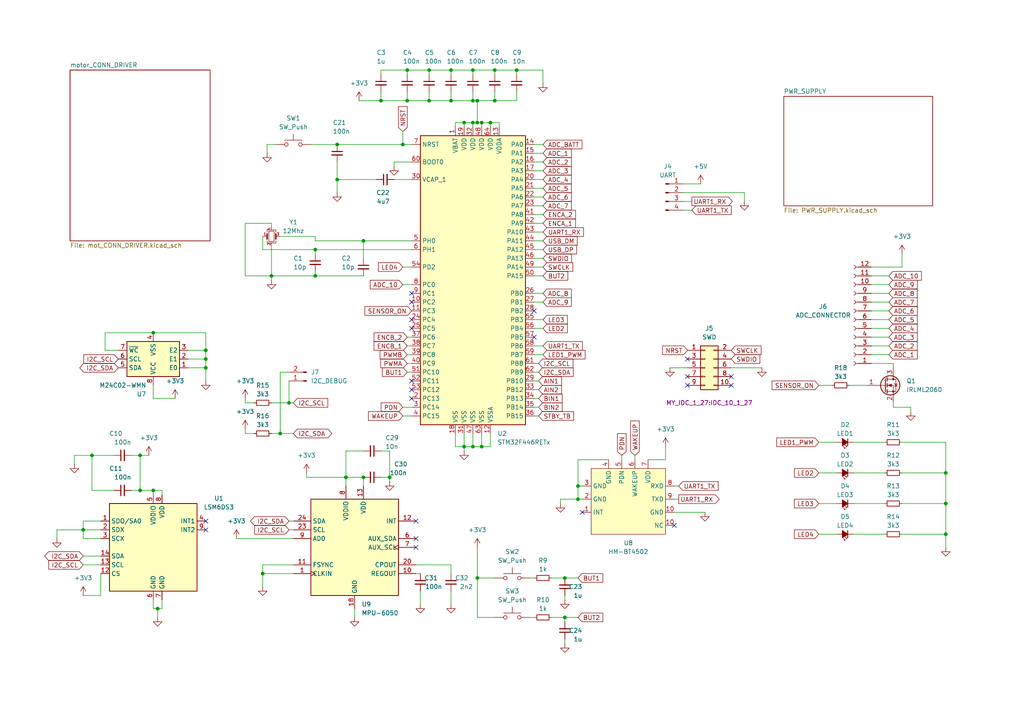
<source format=kicad_sch>
(kicad_sch (version 20211123) (generator eeschema)
  (paper "A4")
  (junction (at 143.51 20.32))
  (junction (at 83.82 116.84))
  (junction (at 137.16 129.54))
  (junction (at 40.64 132.08))
  (junction (at 91.44 72.39))
  (junction (at 274.32 154.94))
  (junction (at 167.64 144.78))
  (junction (at 167.64 140.97))
  (junction (at 105.41 138.43))
  (junction (at 134.62 129.54))
  (junction (at 45.72 176.53))
  (junction (at 124.46 29.21))
  (junction (at 137.16 20.32))
  (junction (at 137.16 29.21))
  (junction (at 97.79 41.91))
  (junction (at 118.11 20.32))
  (junction (at 113.03 138.43))
  (junction (at 143.51 29.21))
  (junction (at 274.32 146.05))
  (junction (at 138.43 29.21))
  (junction (at 59.69 104.14))
  (junction (at 44.45 96.52))
  (junction (at 130.81 20.32))
  (junction (at 78.74 80.01))
  (junction (at 76.2 166.37))
  (junction (at 274.32 137.16))
  (junction (at 105.41 69.85))
  (junction (at 138.43 167.64))
  (junction (at 139.7 35.56))
  (junction (at 40.64 142.24))
  (junction (at 138.43 35.56))
  (junction (at 163.83 167.64))
  (junction (at 110.49 29.21))
  (junction (at 26.67 132.08))
  (junction (at 91.44 80.01))
  (junction (at 97.79 52.07))
  (junction (at 139.7 129.54))
  (junction (at 59.69 106.68))
  (junction (at 24.13 153.67))
  (junction (at 130.81 29.21))
  (junction (at 116.84 41.91))
  (junction (at 137.16 35.56))
  (junction (at 118.11 29.21))
  (junction (at 134.62 35.56))
  (junction (at 59.69 101.6))
  (junction (at 142.24 35.56))
  (junction (at 163.83 179.07))
  (junction (at 44.45 142.24))
  (junction (at 100.33 138.43))
  (junction (at 124.46 20.32))
  (junction (at 149.86 20.32))
  (junction (at 81.28 125.73))
  (no_connect (at 120.65 151.13))
  (no_connect (at 119.38 115.57))
  (no_connect (at 59.69 151.13))
  (no_connect (at 119.38 110.49))
  (no_connect (at 195.58 152.4))
  (no_connect (at 168.91 148.59))
  (no_connect (at 120.65 158.75))
  (no_connect (at 59.69 153.67))
  (no_connect (at 212.09 111.76))
  (no_connect (at 119.38 85.09))
  (no_connect (at 119.38 92.71))
  (no_connect (at 154.94 97.79))
  (no_connect (at 119.38 87.63))
  (no_connect (at 199.39 109.22))
  (no_connect (at 119.38 95.25))
  (no_connect (at 212.09 109.22))
  (no_connect (at 199.39 111.76))
  (no_connect (at 199.39 104.14))
  (no_connect (at 120.65 156.21))
  (no_connect (at 154.94 90.17))
  (no_connect (at 119.38 113.03))
  (wire (pts (xy 195.58 148.59) (xy 204.47 148.59)))
  (wire (pts (xy 83.82 151.13) (xy 85.09 151.13)))
  (wire (pts (xy 274.32 154.94) (xy 274.32 158.75)))
  (wire (pts (xy 29.21 166.37) (xy 29.21 172.72)))
  (wire (pts (xy 153.67 179.07) (xy 154.94 179.07)))
  (wire (pts (xy 157.48 64.77) (xy 154.94 64.77)))
  (wire (pts (xy 157.48 92.71) (xy 154.94 92.71)))
  (wire (pts (xy 252.73 95.25) (xy 257.81 95.25)))
  (wire (pts (xy 54.61 106.68) (xy 59.69 106.68)))
  (wire (pts (xy 154.94 74.93) (xy 157.48 74.93)))
  (wire (pts (xy 76.2 166.37) (xy 85.09 166.37)))
  (wire (pts (xy 137.16 26.67) (xy 137.16 29.21)))
  (wire (pts (xy 247.65 137.16) (xy 256.54 137.16)))
  (wire (pts (xy 154.94 110.49) (xy 156.21 110.49)))
  (wire (pts (xy 59.69 101.6) (xy 59.69 104.14)))
  (wire (pts (xy 24.13 161.29) (xy 29.21 161.29)))
  (wire (pts (xy 157.48 49.53) (xy 154.94 49.53)))
  (wire (pts (xy 252.73 82.55) (xy 257.81 82.55)))
  (wire (pts (xy 193.04 129.54) (xy 193.04 133.35)))
  (wire (pts (xy 44.45 96.52) (xy 59.69 96.52)))
  (wire (pts (xy 247.65 154.94) (xy 256.54 154.94)))
  (wire (pts (xy 105.41 69.85) (xy 119.38 69.85)))
  (wire (pts (xy 154.94 113.03) (xy 156.21 113.03)))
  (wire (pts (xy 195.58 140.97) (xy 196.85 140.97)))
  (wire (pts (xy 198.12 60.96) (xy 200.66 60.96)))
  (wire (pts (xy 134.62 129.54) (xy 134.62 130.81)))
  (wire (pts (xy 88.9 137.16) (xy 88.9 138.43)))
  (wire (pts (xy 30.48 101.6) (xy 34.29 101.6)))
  (wire (pts (xy 114.3 48.26) (xy 114.3 46.99)))
  (wire (pts (xy 113.03 139.7) (xy 113.03 138.43)))
  (wire (pts (xy 139.7 129.54) (xy 142.24 129.54)))
  (wire (pts (xy 154.94 69.85) (xy 157.48 69.85)))
  (wire (pts (xy 76.2 68.58) (xy 76.2 72.39)))
  (wire (pts (xy 259.08 105.41) (xy 259.08 106.68)))
  (wire (pts (xy 113.03 130.81) (xy 113.03 138.43)))
  (wire (pts (xy 130.81 171.45) (xy 130.81 175.26)))
  (wire (pts (xy 124.46 26.67) (xy 124.46 29.21)))
  (wire (pts (xy 138.43 29.21) (xy 138.43 35.56)))
  (wire (pts (xy 120.65 166.37) (xy 121.92 166.37)))
  (wire (pts (xy 116.84 120.65) (xy 119.38 120.65)))
  (wire (pts (xy 83.82 110.49) (xy 83.82 116.84)))
  (wire (pts (xy 154.94 118.11) (xy 156.21 118.11)))
  (wire (pts (xy 154.94 77.47) (xy 157.48 77.47)))
  (wire (pts (xy 261.62 128.27) (xy 274.32 128.27)))
  (wire (pts (xy 76.2 163.83) (xy 85.09 163.83)))
  (wire (pts (xy 91.44 72.39) (xy 119.38 72.39)))
  (wire (pts (xy 71.12 124.46) (xy 71.12 125.73)))
  (wire (pts (xy 91.44 68.58) (xy 91.44 69.85)))
  (wire (pts (xy 110.49 21.59) (xy 110.49 20.32)))
  (wire (pts (xy 137.16 20.32) (xy 143.51 20.32)))
  (wire (pts (xy 97.79 52.07) (xy 97.79 55.88)))
  (wire (pts (xy 154.94 102.87) (xy 157.48 102.87)))
  (wire (pts (xy 45.72 176.53) (xy 45.72 179.07)))
  (wire (pts (xy 78.74 125.73) (xy 81.28 125.73)))
  (wire (pts (xy 252.73 87.63) (xy 257.81 87.63)))
  (wire (pts (xy 76.2 170.18) (xy 76.2 166.37)))
  (wire (pts (xy 24.13 163.83) (xy 29.21 163.83)))
  (wire (pts (xy 134.62 125.73) (xy 134.62 129.54)))
  (wire (pts (xy 44.45 173.99) (xy 44.45 176.53)))
  (wire (pts (xy 237.49 146.05) (xy 242.57 146.05)))
  (wire (pts (xy 142.24 129.54) (xy 142.24 125.73)))
  (wire (pts (xy 212.09 106.68) (xy 220.98 106.68)))
  (wire (pts (xy 77.47 41.91) (xy 77.47 44.45)))
  (wire (pts (xy 118.11 20.32) (xy 118.11 21.59)))
  (wire (pts (xy 252.73 85.09) (xy 257.81 85.09)))
  (wire (pts (xy 154.94 115.57) (xy 156.21 115.57)))
  (wire (pts (xy 121.92 171.45) (xy 121.92 175.26)))
  (wire (pts (xy 54.61 104.14) (xy 59.69 104.14)))
  (wire (pts (xy 16.51 153.67) (xy 16.51 156.21)))
  (wire (pts (xy 143.51 20.32) (xy 149.86 20.32)))
  (wire (pts (xy 118.11 20.32) (xy 124.46 20.32)))
  (wire (pts (xy 157.48 41.91) (xy 154.94 41.91)))
  (wire (pts (xy 176.53 133.35) (xy 167.64 133.35)))
  (wire (pts (xy 114.3 52.07) (xy 119.38 52.07)))
  (wire (pts (xy 157.48 95.25) (xy 154.94 95.25)))
  (wire (pts (xy 138.43 35.56) (xy 139.7 35.56)))
  (wire (pts (xy 124.46 20.32) (xy 130.81 20.32)))
  (wire (pts (xy 252.73 102.87) (xy 257.81 102.87)))
  (wire (pts (xy 149.86 20.32) (xy 157.48 20.32)))
  (wire (pts (xy 261.62 137.16) (xy 274.32 137.16)))
  (wire (pts (xy 130.81 166.37) (xy 130.81 163.83)))
  (wire (pts (xy 132.08 129.54) (xy 134.62 129.54)))
  (wire (pts (xy 83.82 107.95) (xy 81.28 107.95)))
  (wire (pts (xy 132.08 35.56) (xy 134.62 35.56)))
  (wire (pts (xy 274.32 137.16) (xy 274.32 146.05)))
  (wire (pts (xy 167.64 133.35) (xy 167.64 140.97)))
  (wire (pts (xy 71.12 125.73) (xy 73.66 125.73)))
  (wire (pts (xy 163.83 179.07) (xy 167.64 179.07)))
  (wire (pts (xy 44.45 142.24) (xy 44.45 143.51)))
  (wire (pts (xy 40.64 132.08) (xy 40.64 142.24)))
  (wire (pts (xy 137.16 20.32) (xy 137.16 21.59)))
  (wire (pts (xy 143.51 20.32) (xy 143.51 21.59)))
  (wire (pts (xy 162.56 146.05) (xy 162.56 144.78)))
  (wire (pts (xy 167.64 144.78) (xy 168.91 144.78)))
  (wire (pts (xy 78.74 80.01) (xy 78.74 71.12)))
  (wire (pts (xy 97.79 52.07) (xy 109.22 52.07)))
  (wire (pts (xy 168.91 140.97) (xy 167.64 140.97)))
  (wire (pts (xy 116.84 38.1) (xy 116.84 41.91)))
  (wire (pts (xy 252.73 77.47) (xy 261.62 77.47)))
  (wire (pts (xy 157.48 59.69) (xy 154.94 59.69)))
  (wire (pts (xy 247.65 128.27) (xy 256.54 128.27)))
  (wire (pts (xy 116.84 118.11) (xy 119.38 118.11)))
  (wire (pts (xy 154.94 80.01) (xy 157.48 80.01)))
  (wire (pts (xy 83.82 116.84) (xy 85.09 116.84)))
  (wire (pts (xy 138.43 179.07) (xy 138.43 167.64)))
  (wire (pts (xy 137.16 129.54) (xy 137.16 125.73)))
  (wire (pts (xy 274.32 146.05) (xy 274.32 154.94)))
  (wire (pts (xy 156.21 107.95) (xy 154.94 107.95)))
  (wire (pts (xy 91.44 69.85) (xy 105.41 69.85)))
  (wire (pts (xy 24.13 156.21) (xy 29.21 156.21)))
  (wire (pts (xy 194.31 106.68) (xy 199.39 106.68)))
  (wire (pts (xy 100.33 138.43) (xy 100.33 140.97)))
  (wire (pts (xy 97.79 46.99) (xy 97.79 52.07)))
  (wire (pts (xy 154.94 85.09) (xy 157.48 85.09)))
  (wire (pts (xy 237.49 128.27) (xy 242.57 128.27)))
  (wire (pts (xy 138.43 29.21) (xy 143.51 29.21)))
  (wire (pts (xy 44.45 142.24) (xy 46.99 142.24)))
  (wire (pts (xy 138.43 167.64) (xy 143.51 167.64)))
  (wire (pts (xy 160.02 167.64) (xy 163.83 167.64)))
  (wire (pts (xy 252.73 90.17) (xy 257.81 90.17)))
  (wire (pts (xy 40.64 132.08) (xy 43.18 132.08)))
  (wire (pts (xy 71.12 64.77) (xy 71.12 80.01)))
  (wire (pts (xy 40.64 142.24) (xy 38.1 142.24)))
  (wire (pts (xy 154.94 87.63) (xy 157.48 87.63)))
  (wire (pts (xy 29.21 151.13) (xy 24.13 151.13)))
  (wire (pts (xy 157.48 20.32) (xy 157.48 24.13)))
  (wire (pts (xy 110.49 29.21) (xy 118.11 29.21)))
  (wire (pts (xy 76.2 166.37) (xy 76.2 163.83)))
  (wire (pts (xy 97.79 41.91) (xy 116.84 41.91)))
  (wire (pts (xy 90.17 41.91) (xy 97.79 41.91)))
  (wire (pts (xy 259.08 118.11) (xy 264.16 118.11)))
  (wire (pts (xy 77.47 41.91) (xy 80.01 41.91)))
  (wire (pts (xy 33.02 142.24) (xy 26.67 142.24)))
  (wire (pts (xy 59.69 106.68) (xy 59.69 110.49)))
  (wire (pts (xy 160.02 179.07) (xy 163.83 179.07)))
  (wire (pts (xy 162.56 144.78) (xy 167.64 144.78)))
  (wire (pts (xy 246.38 111.76) (xy 251.46 111.76)))
  (wire (pts (xy 130.81 29.21) (xy 137.16 29.21)))
  (wire (pts (xy 157.48 44.45) (xy 154.94 44.45)))
  (wire (pts (xy 157.48 62.23) (xy 154.94 62.23)))
  (wire (pts (xy 261.62 146.05) (xy 274.32 146.05)))
  (wire (pts (xy 44.45 176.53) (xy 45.72 176.53)))
  (wire (pts (xy 261.62 73.66) (xy 261.62 77.47)))
  (wire (pts (xy 105.41 80.01) (xy 91.44 80.01)))
  (wire (pts (xy 78.74 81.28) (xy 78.74 80.01)))
  (wire (pts (xy 180.34 132.08) (xy 180.34 133.35)))
  (wire (pts (xy 143.51 26.67) (xy 143.51 29.21)))
  (wire (pts (xy 68.58 156.21) (xy 85.09 156.21)))
  (wire (pts (xy 71.12 115.57) (xy 71.12 116.84)))
  (wire (pts (xy 156.21 120.65) (xy 154.94 120.65)))
  (wire (pts (xy 21.59 132.08) (xy 26.67 132.08)))
  (wire (pts (xy 24.13 151.13) (xy 24.13 153.67)))
  (wire (pts (xy 215.9 55.88) (xy 215.9 58.42)))
  (wire (pts (xy 124.46 20.32) (xy 124.46 21.59)))
  (wire (pts (xy 198.12 55.88) (xy 215.9 55.88)))
  (wire (pts (xy 71.12 80.01) (xy 78.74 80.01)))
  (wire (pts (xy 142.24 35.56) (xy 142.24 36.83)))
  (wire (pts (xy 252.73 80.01) (xy 257.81 80.01)))
  (wire (pts (xy 274.32 128.27) (xy 274.32 137.16)))
  (wire (pts (xy 261.62 154.94) (xy 274.32 154.94)))
  (wire (pts (xy 138.43 158.75) (xy 138.43 167.64)))
  (wire (pts (xy 100.33 130.81) (xy 100.33 138.43)))
  (wire (pts (xy 116.84 82.55) (xy 119.38 82.55)))
  (wire (pts (xy 24.13 153.67) (xy 29.21 153.67)))
  (wire (pts (xy 113.03 138.43) (xy 110.49 138.43)))
  (wire (pts (xy 137.16 129.54) (xy 139.7 129.54)))
  (wire (pts (xy 102.87 176.53) (xy 102.87 179.07)))
  (wire (pts (xy 130.81 26.67) (xy 130.81 29.21)))
  (wire (pts (xy 91.44 73.66) (xy 91.44 72.39)))
  (wire (pts (xy 78.74 66.04) (xy 78.74 64.77)))
  (wire (pts (xy 137.16 35.56) (xy 137.16 36.83)))
  (wire (pts (xy 237.49 111.76) (xy 241.3 111.76)))
  (wire (pts (xy 237.49 154.94) (xy 242.57 154.94)))
  (wire (pts (xy 54.61 101.6) (xy 59.69 101.6)))
  (wire (pts (xy 134.62 129.54) (xy 137.16 129.54)))
  (wire (pts (xy 46.99 142.24) (xy 46.99 143.51)))
  (wire (pts (xy 198.12 58.42) (xy 200.66 58.42)))
  (wire (pts (xy 105.41 130.81) (xy 100.33 130.81)))
  (wire (pts (xy 44.45 111.76) (xy 44.45 115.57)))
  (wire (pts (xy 46.99 176.53) (xy 45.72 176.53)))
  (wire (pts (xy 44.45 115.57) (xy 50.8 115.57)))
  (wire (pts (xy 163.83 179.07) (xy 163.83 180.34)))
  (wire (pts (xy 132.08 36.83) (xy 132.08 35.56)))
  (wire (pts (xy 137.16 29.21) (xy 138.43 29.21)))
  (wire (pts (xy 154.94 100.33) (xy 157.48 100.33)))
  (wire (pts (xy 156.21 105.41) (xy 154.94 105.41)))
  (wire (pts (xy 154.94 72.39) (xy 157.48 72.39)))
  (wire (pts (xy 132.08 125.73) (xy 132.08 129.54)))
  (wire (pts (xy 139.7 35.56) (xy 139.7 36.83)))
  (wire (pts (xy 157.48 54.61) (xy 154.94 54.61)))
  (wire (pts (xy 157.48 57.15) (xy 154.94 57.15)))
  (wire (pts (xy 110.49 130.81) (xy 113.03 130.81)))
  (wire (pts (xy 118.11 26.67) (xy 118.11 29.21)))
  (wire (pts (xy 154.94 67.31) (xy 157.48 67.31)))
  (wire (pts (xy 149.86 20.32) (xy 149.86 21.59)))
  (wire (pts (xy 118.11 102.87) (xy 119.38 102.87)))
  (wire (pts (xy 163.83 172.72) (xy 163.83 173.99)))
  (wire (pts (xy 24.13 153.67) (xy 24.13 156.21)))
  (wire (pts (xy 88.9 138.43) (xy 100.33 138.43)))
  (wire (pts (xy 252.73 105.41) (xy 259.08 105.41)))
  (wire (pts (xy 105.41 69.85) (xy 105.41 74.93)))
  (wire (pts (xy 167.64 140.97) (xy 167.64 144.78)))
  (wire (pts (xy 124.46 29.21) (xy 130.81 29.21)))
  (wire (pts (xy 139.7 35.56) (xy 142.24 35.56)))
  (wire (pts (xy 138.43 179.07) (xy 143.51 179.07)))
  (wire (pts (xy 163.83 167.64) (xy 167.64 167.64)))
  (wire (pts (xy 142.24 35.56) (xy 144.78 35.56)))
  (wire (pts (xy 16.51 153.67) (xy 24.13 153.67)))
  (wire (pts (xy 26.67 132.08) (xy 33.02 132.08)))
  (wire (pts (xy 30.48 96.52) (xy 44.45 96.52)))
  (wire (pts (xy 252.73 100.33) (xy 257.81 100.33)))
  (wire (pts (xy 157.48 46.99) (xy 154.94 46.99)))
  (wire (pts (xy 110.49 26.67) (xy 110.49 29.21)))
  (wire (pts (xy 134.62 35.56) (xy 137.16 35.56)))
  (wire (pts (xy 118.11 105.41) (xy 119.38 105.41)))
  (wire (pts (xy 40.64 142.24) (xy 44.45 142.24)))
  (wire (pts (xy 76.2 72.39) (xy 91.44 72.39)))
  (wire (pts (xy 78.74 116.84) (xy 83.82 116.84)))
  (wire (pts (xy 26.67 132.08) (xy 26.67 142.24)))
  (wire (pts (xy 252.73 92.71) (xy 257.81 92.71)))
  (wire (pts (xy 118.11 100.33) (xy 119.38 100.33)))
  (wire (pts (xy 237.49 137.16) (xy 242.57 137.16)))
  (wire (pts (xy 139.7 129.54) (xy 139.7 125.73)))
  (wire (pts (xy 130.81 20.32) (xy 130.81 21.59)))
  (wire (pts (xy 81.28 68.58) (xy 91.44 68.58)))
  (wire (pts (xy 24.13 172.72) (xy 29.21 172.72)))
  (wire (pts (xy 134.62 35.56) (xy 134.62 36.83)))
  (wire (pts (xy 143.51 29.21) (xy 149.86 29.21)))
  (wire (pts (xy 119.38 107.95) (xy 118.11 107.95)))
  (wire (pts (xy 149.86 26.67) (xy 149.86 29.21)))
  (wire (pts (xy 59.69 104.14) (xy 59.69 106.68)))
  (wire (pts (xy 110.49 20.32) (xy 118.11 20.32)))
  (wire (pts (xy 105.41 138.43) (xy 100.33 138.43)))
  (wire (pts (xy 118.11 97.79) (xy 119.38 97.79)))
  (wire (pts (xy 198.12 53.34) (xy 203.2 53.34)))
  (wire (pts (xy 91.44 78.74) (xy 91.44 80.01)))
  (wire (pts (xy 104.14 29.21) (xy 110.49 29.21)))
  (wire (pts (xy 30.48 101.6) (xy 30.48 96.52)))
  (wire (pts (xy 184.15 132.08) (xy 184.15 133.35)))
  (wire (pts (xy 105.41 140.97) (xy 105.41 138.43)))
  (wire (pts (xy 71.12 116.84) (xy 73.66 116.84)))
  (wire (pts (xy 38.1 132.08) (xy 40.64 132.08)))
  (wire (pts (xy 259.08 116.84) (xy 259.08 118.11)))
  (wire (pts (xy 21.59 132.08) (xy 21.59 134.62)))
  (wire (pts (xy 83.82 153.67) (xy 85.09 153.67)))
  (wire (pts (xy 46.99 173.99) (xy 46.99 176.53)))
  (wire (pts (xy 163.83 185.42) (xy 163.83 186.69)))
  (wire (pts (xy 81.28 125.73) (xy 85.09 125.73)))
  (wire (pts (xy 193.04 133.35) (xy 187.96 133.35)))
  (wire (pts (xy 264.16 118.11) (xy 264.16 119.38)))
  (wire (pts (xy 157.48 52.07) (xy 154.94 52.07)))
  (wire (pts (xy 137.16 35.56) (xy 138.43 35.56)))
  (wire (pts (xy 78.74 64.77) (xy 71.12 64.77)))
  (wire (pts (xy 195.58 144.78) (xy 196.85 144.78)))
  (wire (pts (xy 130.81 20.32) (xy 137.16 20.32)))
  (wire (pts (xy 81.28 107.95) (xy 81.28 125.73)))
  (wire (pts (xy 252.73 97.79) (xy 257.81 97.79)))
  (wire (pts (xy 130.81 163.83) (xy 120.65 163.83)))
  (wire (pts (xy 59.69 96.52) (xy 59.69 101.6)))
  (wire (pts (xy 247.65 146.05) (xy 256.54 146.05)))
  (wire (pts (xy 153.67 167.64) (xy 154.94 167.64)))
  (wire (pts (xy 91.44 80.01) (xy 78.74 80.01)))
  (wire (pts (xy 116.84 41.91) (xy 119.38 41.91)))
  (wire (pts (xy 144.78 36.83) (xy 144.78 35.56)))
  (wire (pts (xy 118.11 29.21) (xy 124.46 29.21)))
  (wire (pts (xy 116.84 77.47) (xy 119.38 77.47)))
  (wire (pts (xy 114.3 46.99) (xy 119.38 46.99)))
  (global_label "ADC_4" (shape input) (at 257.81 95.25 0) (property "Intersheet References" "${INTERSHEET_REFS}" (effects hide)))
  (global_label "SENSOR_ON" (shape input) (at 237.49 111.76 180) (property "Intersheet References" "${INTERSHEET_REFS}" (effects hide)))
  (global_label "BUT2" (shape input) (at 157.48 80.01 0) (property "Intersheet References" "${INTERSHEET_REFS}" (effects hide)))
  (global_label "WAKEUP" (shape input) (at 184.15 132.08 90) (property "Intersheet References" "${INTERSHEET_REFS}" (effects hide)))
  (global_label "ADC_6" (shape input) (at 257.81 90.17 0) (property "Intersheet References" "${INTERSHEET_REFS}" (effects hide)))
  (global_label "I2C_SCL" (shape input) (at 34.29 104.14 180) (property "Intersheet References" "${INTERSHEET_REFS}" (effects hide)))
  (global_label "AIN1" (shape input) (at 156.21 110.49 0) (property "Intersheet References" "${INTERSHEET_REFS}" (effects hide)))
  (global_label "I2C_SDA" (shape bidirectional) (at 34.29 106.68 180) (property "Intersheet References" "${INTERSHEET_REFS}" (effects hide)))
  (global_label "ENCB_2" (shape input) (at 118.11 97.79 180) (property "Intersheet References" "${INTERSHEET_REFS}" (effects hide)))
  (global_label "ADC_1" (shape input) (at 257.81 102.87 0) (property "Intersheet References" "${INTERSHEET_REFS}" (effects hide)))
  (global_label "I2C_SCL" (shape input) (at 24.13 163.83 180) (property "Intersheet References" "${INTERSHEET_REFS}" (effects hide)))
  (global_label "PDN" (shape input) (at 116.84 118.11 180) (property "Intersheet References" "${INTERSHEET_REFS}" (effects hide)))
  (global_label "PWMB" (shape input) (at 118.11 102.87 180) (property "Intersheet References" "${INTERSHEET_REFS}" (effects hide)))
  (global_label "I2C_SDA" (shape bidirectional) (at 83.82 151.13 180) (property "Intersheet References" "${INTERSHEET_REFS}" (effects hide)))
  (global_label "USB_DP" (shape input) (at 157.48 72.39 0) (property "Intersheet References" "${INTERSHEET_REFS}" (effects hide)))
  (global_label "AIN2" (shape input) (at 156.21 113.03 0) (property "Intersheet References" "${INTERSHEET_REFS}" (effects hide)))
  (global_label "ADC_10" (shape input) (at 257.81 80.01 0) (property "Intersheet References" "${INTERSHEET_REFS}" (effects hide)))
  (global_label "BIN2" (shape input) (at 156.21 118.11 0) (property "Intersheet References" "${INTERSHEET_REFS}" (effects hide)))
  (global_label "SWDIO" (shape input) (at 157.48 74.93 0) (property "Intersheet References" "${INTERSHEET_REFS}" (effects hide)))
  (global_label "ADC_10" (shape input) (at 116.84 82.55 180) (property "Intersheet References" "${INTERSHEET_REFS}" (effects hide)))
  (global_label "LED1_PWM" (shape input) (at 237.49 128.27 180) (property "Intersheet References" "${INTERSHEET_REFS}" (effects hide)))
  (global_label "ADC_6" (shape input) (at 157.48 57.15 0) (property "Intersheet References" "${INTERSHEET_REFS}" (effects hide)))
  (global_label "ADC_BATT" (shape input) (at 157.48 41.91 0) (property "Intersheet References" "${INTERSHEET_REFS}" (effects hide)))
  (global_label "PDN" (shape input) (at 180.34 132.08 90) (property "Intersheet References" "${INTERSHEET_REFS}" (effects hide)))
  (global_label "I2C_SDA" (shape bidirectional) (at 85.09 125.73 0) (property "Intersheet References" "${INTERSHEET_REFS}" (effects hide)))
  (global_label "LED2" (shape input) (at 157.48 95.25 0) (property "Intersheet References" "${INTERSHEET_REFS}" (effects hide)))
  (global_label "ADC_7" (shape input) (at 257.81 87.63 0) (property "Intersheet References" "${INTERSHEET_REFS}" (effects hide)))
  (global_label "ADC_2" (shape input) (at 157.48 46.99 0) (property "Intersheet References" "${INTERSHEET_REFS}" (effects hide)))
  (global_label "LED3" (shape input) (at 237.49 146.05 180) (property "Intersheet References" "${INTERSHEET_REFS}" (effects hide)))
  (global_label "I2C_SCL" (shape input) (at 156.21 105.41 0) (property "Intersheet References" "${INTERSHEET_REFS}" (effects hide)))
  (global_label "ADC_8" (shape input) (at 257.81 85.09 0) (property "Intersheet References" "${INTERSHEET_REFS}" (effects hide)))
  (global_label "ENCA_1" (shape input) (at 157.48 64.77 0) (property "Intersheet References" "${INTERSHEET_REFS}" (effects hide)))
  (global_label "USB_DM" (shape input) (at 157.48 69.85 0) (property "Intersheet References" "${INTERSHEET_REFS}" (effects hide)))
  (global_label "I2C_SCL" (shape input) (at 83.82 153.67 180) (property "Intersheet References" "${INTERSHEET_REFS}" (effects hide)))
  (global_label "SENSOR_ON" (shape input) (at 119.38 90.17 180) (property "Intersheet References" "${INTERSHEET_REFS}" (effects hide)))
  (global_label "ADC_3" (shape input) (at 157.48 49.53 0) (property "Intersheet References" "${INTERSHEET_REFS}" (effects hide)))
  (global_label "BUT1" (shape input) (at 167.64 167.64 0) (property "Intersheet References" "${INTERSHEET_REFS}" (effects hide)))
  (global_label "ADC_1" (shape input) (at 157.48 44.45 0) (property "Intersheet References" "${INTERSHEET_REFS}" (effects hide)))
  (global_label "BIN1" (shape input) (at 156.21 115.57 0) (property "Intersheet References" "${INTERSHEET_REFS}" (effects hide)))
  (global_label "ADC_9" (shape input) (at 257.81 82.55 0) (property "Intersheet References" "${INTERSHEET_REFS}" (effects hide)))
  (global_label "UART1_RX" (shape output) (at 196.85 144.78 0) (property "Intersheet References" "${INTERSHEET_REFS}" (effects hide)))
  (global_label "ADC_3" (shape input) (at 257.81 97.79 0) (property "Intersheet References" "${INTERSHEET_REFS}" (effects hide)))
  (global_label "ADC_2" (shape input) (at 257.81 100.33 0) (property "Intersheet References" "${INTERSHEET_REFS}" (effects hide)))
  (global_label "UART1_TX" (shape input) (at 200.66 60.96 0) (property "Intersheet References" "${INTERSHEET_REFS}" (effects hide)))
  (global_label "SWCLK" (shape input) (at 157.48 77.47 0) (property "Intersheet References" "${INTERSHEET_REFS}" (effects hide)))
  (global_label "PWMA" (shape input) (at 118.11 105.41 180) (property "Intersheet References" "${INTERSHEET_REFS}" (effects hide)))
  (global_label "UART1_RX" (shape output) (at 200.66 58.42 0) (property "Intersheet References" "${INTERSHEET_REFS}" (effects hide)))
  (global_label "BUT1" (shape input) (at 118.11 107.95 180) (property "Intersheet References" "${INTERSHEET_REFS}" (effects hide)))
  (global_label "ADC_5" (shape input) (at 257.81 92.71 0) (property "Intersheet References" "${INTERSHEET_REFS}" (effects hide)))
  (global_label "WAKEUP" (shape input) (at 116.84 120.65 180) (property "Intersheet References" "${INTERSHEET_REFS}" (effects hide)))
  (global_label "SWCLK" (shape input) (at 212.09 101.6 0) (property "Intersheet References" "${INTERSHEET_REFS}" (effects hide)))
  (global_label "LED1_PWM" (shape input) (at 157.48 102.87 0) (property "Intersheet References" "${INTERSHEET_REFS}" (effects hide)))
  (global_label "ADC_8" (shape input) (at 157.48 85.09 0) (property "Intersheet References" "${INTERSHEET_REFS}" (effects hide)))
  (global_label "ADC_7" (shape input) (at 157.48 59.69 0) (property "Intersheet References" "${INTERSHEET_REFS}" (effects hide)))
  (global_label "I2C_SDA" (shape input) (at 156.21 107.95 0) (property "Intersheet References" "${INTERSHEET_REFS}" (effects hide)))
  (global_label "ADC_9" (shape input) (at 157.48 87.63 0) (property "Intersheet References" "${INTERSHEET_REFS}" (effects hide)))
  (global_label "UART1_TX" (shape input) (at 196.85 140.97 0) (property "Intersheet References" "${INTERSHEET_REFS}" (effects hide)))
  (global_label "NRST" (shape input) (at 116.84 38.1 90) (property "Intersheet References" "${INTERSHEET_REFS}" (effects hide)))
  (global_label "UART1_RX" (shape input) (at 157.48 67.31 0) (property "Intersheet References" "${INTERSHEET_REFS}" (effects hide)))
  (global_label "UART1_TX" (shape input) (at 157.48 100.33 0) (property "Intersheet References" "${INTERSHEET_REFS}" (effects hide)))
  (global_label "I2C_SDA" (shape bidirectional) (at 24.13 161.29 180) (property "Intersheet References" "${INTERSHEET_REFS}" (effects hide)))
  (global_label "ADC_5" (shape input) (at 157.48 54.61 0) (property "Intersheet References" "${INTERSHEET_REFS}" (effects hide)))
  (global_label "NRST" (shape input) (at 199.39 101.6 180) (property "Intersheet References" "${INTERSHEET_REFS}" (effects hide)))
  (global_label "BUT2" (shape input) (at 167.64 179.07 0) (property "Intersheet References" "${INTERSHEET_REFS}" (effects hide)))
  (global_label "LED3" (shape input) (at 157.48 92.71 0) (property "Intersheet References" "${INTERSHEET_REFS}" (effects hide)))
  (global_label "I2C_SCL" (shape input) (at 85.09 116.84 0) (property "Intersheet References" "${INTERSHEET_REFS}" (effects hide)))
  (global_label "ENCB_1" (shape input) (at 118.11 100.33 180) (property "Intersheet References" "${INTERSHEET_REFS}" (effects hide)))
  (global_label "ADC_4" (shape input) (at 157.48 52.07 0) (property "Intersheet References" "${INTERSHEET_REFS}" (effects hide)))
  (global_label "LED4" (shape input) (at 237.49 154.94 180) (property "Intersheet References" "${INTERSHEET_REFS}" (effects hide)))
  (global_label "ENCA_2" (shape input) (at 157.48 62.23 0) (property "Intersheet References" "${INTERSHEET_REFS}" (effects hide)))
  (global_label "LED4" (shape input) (at 116.84 77.47 180) (property "Intersheet References" "${INTERSHEET_REFS}" (effects hide)))
  (global_label "LED2" (shape input) (at 237.49 137.16 180) (property "Intersheet References" "${INTERSHEET_REFS}" (effects hide)))
  (global_label "STBY_TB" (shape input) (at 156.21 120.65 0) (property "Intersheet References" "${INTERSHEET_REFS}" (effects hide)))
  (global_label "SWDIO" (shape input) (at 212.09 104.14 0) (property "Intersheet References" "${INTERSHEET_REFS}" (effects hide)))
  (symbol (lib_id "power:GND") (at 220.98 106.68 0) (unit 1)
    (property "Reference" "#PWR0136" (effects hide))
    (property "Value" "GND" (effects hide))
  )
  (symbol (lib_id "power:GND") (at 45.72 179.07 0) (unit 1)
    (property "Reference" "#PWR0109" (effects hide))
    (property "Value" "GND" (effects hide))
  )
  (symbol (lib_id "Device:C_Small") (at 35.56 142.24 90) (unit 1)
    (property "Reference" "C11" (at 35.56 135.89 90) (effects (justify left)))
    (property "Value" "100n" (at 38.1 138.43 90) (effects (justify left)))
    (property "Footprint" "Capacitor_SMD:C_0603_1608Metric_Pad1.08x0.95mm_HandSolder" (effects hide))
  )
  (symbol (lib_id "Device:LED_Small_Filled") (at 245.11 154.94 180) (unit 1)
    (property "Reference" "D5" (at 245.11 149.86 0))
    (property "Value" "LED4" (at 245.11 152.4 0))
    (property "Footprint" "LED_SMD:LED_0603_1608Metric_Pad1.05x0.95mm_HandSolder" (effects hide))
  )
  (symbol (lib_id "power:GND") (at 274.32 158.75 0) (unit 1)
    (property "Reference" "#PWR0138" (effects hide))
    (property "Value" "GND" (effects hide))
  )
  (symbol (lib_id "Device:C_Small") (at 97.79 44.45 0) (unit 1)
    (property "Reference" "C21" (at 96.52 35.56 0) (effects (justify left)))
    (property "Value" "100n" (at 96.52 38.1 0) (effects (justify left)))
    (property "Footprint" "Capacitor_SMD:C_0603_1608Metric_Pad1.08x0.95mm_HandSolder" (effects hide))
  )
  (symbol (lib_id "Switch:SW_Push") (at 148.59 167.64 0) (unit 1)
    (property "Reference" "SW2" (at 148.59 160.02 0))
    (property "Value" "SW_Push" (at 148.59 162.56 0))
    (property "Footprint" "Button_Switch_SMD:SW_SPST_TL3342" (effects hide))
  )
  (symbol (lib_id "Device:R_Small") (at 243.84 111.76 90) (unit 1)
    (property "Reference" "R18" (at 243.84 106.68 90))
    (property "Value" "3k3" (at 243.84 109.22 90))
    (property "Footprint" "Resistor_SMD:R_0603_1608Metric_Pad0.98x0.95mm_HandSolder" (effects hide))
  )
  (symbol (lib_id "power:GND") (at 130.81 175.26 0) (unit 1)
    (property "Reference" "#PWR0156" (effects hide))
    (property "Value" "GND" (effects hide))
  )
  (symbol (lib_id "power:GND") (at 163.83 173.99 0) (unit 1)
    (property "Reference" "#PWR0131" (effects hide))
    (property "Value" "GND" (effects hide))
  )
  (symbol (lib_id "power:+3V3") (at 68.58 156.21 0) (unit 1)
    (property "Reference" "#PWR0161" (effects hide))
    (property "Value" "+3V3" (at 68.58 151.13 0))
  )
  (symbol (lib_id "Device:C_Small") (at 121.92 168.91 180) (unit 1)
    (property "Reference" "C31" (at 127 167.64 0) (effects (justify left)))
    (property "Value" "100n" (at 128.27 170.18 0) (effects (justify left)))
    (property "Footprint" "Capacitor_SMD:C_0603_1608Metric_Pad1.08x0.95mm_HandSolder" (effects hide))
  )
  (symbol (lib_id "power:+3V3") (at 104.14 29.21 0) (unit 1)
    (property "Reference" "#PWR0102" (effects hide))
    (property "Value" "+3V3" (at 104.14 24.13 0))
  )
  (symbol (lib_id "power:+3V3") (at 71.12 115.57 0) (unit 1)
    (property "Reference" "#PWR0146" (effects hide))
    (property "Value" "+3V3" (at 71.12 110.49 0))
  )
  (symbol (lib_id "Memory_EEPROM:M24C02-WMN") (at 44.45 104.14 180) (unit 1)
    (property "Reference" "U7" (at 42.4306 114.3 0) (effects (justify left)))
    (property "Value" "M24C02-WMN" (at 42.4306 111.76 0) (effects (justify left)))
    (property "Footprint" "Package_SO:SOIC-8_3.9x4.9mm_P1.27mm" (effects hide))
    (property "Datasheet" "http://www.st.com/content/ccc/resource/technical/document/datasheet/b0/d8/50/40/5a/85/49/6f/DM00071904.pdf/files/DM00071904.pdf/jcr:content/translations/en.DM00071904.pdf" (effects hide))
  )
  (symbol (lib_id "Device:LED_Small_Filled") (at 245.11 146.05 180) (unit 1)
    (property "Reference" "D4" (at 245.11 140.97 0))
    (property "Value" "LED3" (at 245.11 143.51 0))
    (property "Footprint" "LED_SMD:LED_0603_1608Metric_Pad1.05x0.95mm_HandSolder" (effects hide))
  )
  (symbol (lib_id "Sensor_Motion:MPU-6050") (at 102.87 158.75 0) (unit 1)
    (property "Reference" "U9" (at 104.8894 175.26 0) (effects (justify left)))
    (property "Value" "MPU-6050" (at 104.8894 177.8 0) (effects (justify left)))
    (property "Footprint" "Sensor_Motion:InvenSense_QFN-24_4x4mm_P0.5mm" (effects hide))
    (property "Datasheet" "https://store.invensense.com/datasheets/invensense/MPU-6050_DataSheet_V3%204.pdf" (effects hide))
  )
  (symbol (lib_id "power:GND") (at 215.9 58.42 0) (unit 1)
    (property "Reference" "#PWR0150" (effects hide))
    (property "Value" "GND" (effects hide))
  )
  (symbol (lib_id "power:+3V3") (at 261.62 73.66 0) (mirror y) (unit 1)
    (property "Reference" "#PWR0134" (effects hide))
    (property "Value" "+3V3" (at 261.62 68.58 0))
  )
  (symbol (lib_id "Device:R_Small") (at 259.08 146.05 90) (unit 1)
    (property "Reference" "R13" (at 259.08 140.97 90))
    (property "Value" "3k3" (at 259.08 143.51 90))
    (property "Footprint" "Resistor_SMD:R_0603_1608Metric_Pad0.98x0.95mm_HandSolder" (effects hide))
  )
  (symbol (lib_id "Device:C_Small") (at 130.81 168.91 180) (unit 1)
    (property "Reference" "C32" (at 135.89 167.64 0) (effects (justify left)))
    (property "Value" "2n2" (at 137.16 170.18 0) (effects (justify left)))
    (property "Footprint" "Capacitor_SMD:C_0603_1608Metric_Pad1.08x0.95mm_HandSolder" (effects hide))
  )
  (symbol (lib_id "Sensor_Motion:LSM6DS3") (at 44.45 158.75 0) (unit 1)
    (property "Reference" "U1" (at 63.5 144.5512 0))
    (property "Value" "LSM6DS3" (at 63.5 147.0912 0))
    (property "Footprint" "Package_LGA:LGA-14_3x2.5mm_P0.5mm_LayoutBorder3x4y" (effects hide))
    (property "Datasheet" "https://www.st.com/resource/en/datasheet/lsm6ds3tr-c.pdf" (effects hide))
  )
  (symbol (lib_id "Device:R_Small") (at 76.2 125.73 90) (unit 1)
    (property "Reference" "R16" (at 76.2 120.65 90))
    (property "Value" "3k3" (at 76.2 123.19 90))
    (property "Footprint" "Resistor_SMD:R_0603_1608Metric_Pad0.98x0.95mm_HandSolder" (effects hide))
  )
  (symbol (lib_id "Device:C_Small") (at 111.76 52.07 90) (unit 1)
    (property "Reference" "C22" (at 113.03 55.88 90) (effects (justify left)))
    (property "Value" "4u7" (at 113.03 58.42 90) (effects (justify left)))
    (property "Footprint" "Capacitor_SMD:C_0603_1608Metric_Pad1.08x0.95mm_HandSolder" (effects hide))
  )
  (symbol (lib_id "power:+3V3") (at 88.9 137.16 0) (unit 1)
    (property "Reference" "#PWR0160" (effects hide))
    (property "Value" "+3V3" (at 88.9 132.08 0))
  )
  (symbol (lib_id "power:GND") (at 76.2 170.18 0) (unit 1)
    (property "Reference" "#PWR0162" (effects hide))
    (property "Value" "GND" (effects hide))
  )
  (symbol (lib_id "power:GND") (at 113.03 139.7 0) (unit 1)
    (property "Reference" "#PWR0159" (effects hide))
    (property "Value" "GND" (effects hide))
  )
  (symbol (lib_id "Switch:SW_Push") (at 148.59 179.07 0) (unit 1)
    (property "Reference" "SW3" (at 148.59 171.45 0))
    (property "Value" "SW_Push" (at 148.59 173.99 0))
    (property "Footprint" "Button_Switch_SMD:SW_SPST_TL3342" (effects hide))
  )
  (symbol (lib_id "Device:C_Small") (at 35.56 132.08 90) (unit 1)
    (property "Reference" "C10" (at 35.56 125.73 90) (effects (justify left)))
    (property "Value" "100n" (at 38.1 128.27 90) (effects (justify left)))
    (property "Footprint" "Capacitor_SMD:C_0603_1608Metric_Pad1.08x0.95mm_HandSolder" (effects hide))
  )
  (symbol (lib_id "Device:C_Small") (at 163.83 182.88 180) (unit 1)
    (property "Reference" "C24" (at 168.91 182.88 0) (effects (justify left)))
    (property "Value" "1u" (at 168.91 185.42 0) (effects (justify left)))
    (property "Footprint" "Capacitor_SMD:C_0603_1608Metric_Pad1.08x0.95mm_HandSolder" (effects hide))
  )
  (symbol (lib_id "power:GND") (at 134.62 130.81 0) (unit 1)
    (property "Reference" "#PWR0101" (effects hide))
    (property "Value" "GND" (effects hide))
  )
  (symbol (lib_id "power:+5V") (at 203.2 53.34 0) (unit 1)
    (property "Reference" "#PWR0149" (effects hide))
    (property "Value" "+5V" (at 203.2 48.26 0))
  )
  (symbol (lib_id "power:GND") (at 121.92 175.26 0) (unit 1)
    (property "Reference" "#PWR0157" (effects hide))
    (property "Value" "GND" (effects hide))
  )
  (symbol (lib_id "Device:C_Small") (at 105.41 77.47 0) (unit 1)
    (property "Reference" "C2" (at 99.06 74.93 0) (effects (justify left)))
    (property "Value" "10p" (at 99.06 77.47 0) (effects (justify left)))
    (property "Footprint" "Capacitor_SMD:C_0603_1608Metric_Pad1.08x0.95mm_HandSolder" (effects hide))
  )
  (symbol (lib_id "Device:C_Small") (at 124.46 24.13 0) (unit 1)
    (property "Reference" "C5" (at 123.19 15.24 0) (effects (justify left)))
    (property "Value" "100n" (at 123.19 17.78 0) (effects (justify left)))
    (property "Footprint" "Capacitor_SMD:C_0603_1608Metric_Pad1.08x0.95mm_HandSolder" (effects hide))
  )
  (symbol (lib_id "power:GND") (at 157.48 24.13 0) (unit 1)
    (property "Reference" "#PWR0104" (effects hide))
    (property "Value" "GND" (effects hide))
  )
  (symbol (lib_id "power:GND") (at 16.51 156.21 0) (unit 1)
    (property "Reference" "#PWR0107" (effects hide))
    (property "Value" "GND" (effects hide))
  )
  (symbol (lib_id "Switch:SW_Push") (at 85.09 41.91 0) (unit 1)
    (property "Reference" "SW1" (at 85.09 34.29 0))
    (property "Value" "SW_Push" (at 85.09 36.83 0))
    (property "Footprint" "Button_Switch_SMD:SW_SPST_TL3342" (effects hide))
  )
  (symbol (lib_id "Device:R_Small") (at 259.08 137.16 90) (unit 1)
    (property "Reference" "R12" (at 259.08 132.08 90))
    (property "Value" "3k3" (at 259.08 134.62 90))
    (property "Footprint" "Resistor_SMD:R_0603_1608Metric_Pad0.98x0.95mm_HandSolder" (effects hide))
  )
  (symbol (lib_id "Device:C_Small") (at 107.95 130.81 270) (unit 1)
    (property "Reference" "C29" (at 111.76 127 90) (effects (justify left)))
    (property "Value" "10n" (at 111.76 129.54 90) (effects (justify left)))
    (property "Footprint" "Capacitor_SMD:C_0603_1608Metric_Pad1.08x0.95mm_HandSolder" (effects hide))
  )
  (symbol (lib_id "Device:C_Small") (at 118.11 24.13 0) (unit 1)
    (property "Reference" "C4" (at 116.84 15.24 0) (effects (justify left)))
    (property "Value" "100n" (at 116.84 17.78 0) (effects (justify left)))
    (property "Footprint" "Capacitor_SMD:C_0603_1608Metric_Pad1.08x0.95mm_HandSolder" (effects hide))
  )
  (symbol (lib_id "Device:R_Small") (at 259.08 154.94 90) (unit 1)
    (property "Reference" "R14" (at 259.08 149.86 90))
    (property "Value" "3k3" (at 259.08 152.4 90))
    (property "Footprint" "Resistor_SMD:R_0603_1608Metric_Pad0.98x0.95mm_HandSolder" (effects hide))
  )
  (symbol (lib_id "Device:LED_Small_Filled") (at 245.11 137.16 180) (unit 1)
    (property "Reference" "D3" (at 245.11 132.08 0))
    (property "Value" "LED2" (at 245.11 134.62 0))
    (property "Footprint" "LED_SMD:LED_0603_1608Metric_Pad1.05x0.95mm_HandSolder" (effects hide))
  )
  (symbol (lib_id "power:+3V3") (at 50.8 115.57 0) (unit 1)
    (property "Reference" "#PWR0148" (effects hide))
    (property "Value" "+3V3" (at 50.8 110.49 0))
  )
  (symbol (lib_id "Device:R_Small") (at 259.08 128.27 90) (unit 1)
    (property "Reference" "R11" (at 259.08 123.19 90))
    (property "Value" "3k3" (at 259.08 125.73 90))
    (property "Footprint" "Resistor_SMD:R_0603_1608Metric_Pad0.98x0.95mm_HandSolder" (effects hide))
  )
  (symbol (lib_id "power:GND") (at 114.3 48.26 0) (unit 1)
    (property "Reference" "#PWR0129" (effects hide))
    (property "Value" "GND" (effects hide))
  )
  (symbol (lib_id "power:GND") (at 59.69 110.49 0) (unit 1)
    (property "Reference" "#PWR0145" (effects hide))
    (property "Value" "GND" (effects hide))
  )
  (symbol (lib_id "Device:C_Small") (at 149.86 24.13 0) (unit 1)
    (property "Reference" "C9" (at 148.59 15.24 0) (effects (justify left)))
    (property "Value" "10n" (at 148.59 17.78 0) (effects (justify left)))
    (property "Footprint" "Capacitor_SMD:C_0603_1608Metric_Pad1.08x0.95mm_HandSolder" (effects hide))
  )
  (symbol (lib_id "power:GND") (at 163.83 186.69 0) (unit 1)
    (property "Reference" "#PWR0133" (effects hide))
    (property "Value" "GND" (effects hide))
  )
  (symbol (lib_id "Device:C_Small") (at 163.83 170.18 180) (unit 1)
    (property "Reference" "C23" (at 168.91 170.18 0) (effects (justify left)))
    (property "Value" "1u" (at 168.91 172.72 0) (effects (justify left)))
    (property "Footprint" "Capacitor_SMD:C_0603_1608Metric_Pad1.08x0.95mm_HandSolder" (effects hide))
  )
  (symbol (lib_id "Device:R_Small") (at 157.48 179.07 90) (unit 1)
    (property "Reference" "R10" (at 157.48 173.99 90))
    (property "Value" "1k" (at 157.48 176.53 90))
    (property "Footprint" "Resistor_SMD:R_0603_1608Metric_Pad0.98x0.95mm_HandSolder" (effects hide))
  )
  (symbol (lib_id "Device:C_Small") (at 143.51 24.13 0) (unit 1)
    (property "Reference" "C8" (at 142.24 15.24 0) (effects (justify left)))
    (property "Value" "100n" (at 142.24 17.78 0) (effects (justify left)))
    (property "Footprint" "Capacitor_SMD:C_0603_1608Metric_Pad1.08x0.95mm_HandSolder" (effects hide))
  )
  (symbol (lib_id "power:+3V3") (at 71.12 124.46 0) (unit 1)
    (property "Reference" "#PWR0147" (effects hide))
    (property "Value" "+3V3" (at 71.12 119.38 0))
  )
  (symbol (lib_id "power:+3V3") (at 138.43 158.75 0) (unit 1)
    (property "Reference" "#PWR0132" (effects hide))
    (property "Value" "+3V3" (at 138.43 153.67 0))
  )
  (symbol (lib_id "power:GND") (at 97.79 55.88 0) (unit 1)
    (property "Reference" "#PWR0130" (effects hide))
    (property "Value" "GND" (effects hide))
  )
  (symbol (lib_id "power:GND") (at 78.74 81.28 0) (unit 1)
    (property "Reference" "#PWR0103" (effects hide))
    (property "Value" "GND" (effects hide))
  )
  (symbol (lib_id "power:GND") (at 21.59 134.62 0) (unit 1)
    (property "Reference" "#PWR0105" (effects hide))
    (property "Value" "GND" (effects hide))
  )
  (symbol (lib_id "power:+3V3") (at 193.04 129.54 0) (unit 1)
    (property "Reference" "#PWR0153" (effects hide))
    (property "Value" "+3V3" (at 193.04 124.46 0))
  )
  (symbol (lib_id "power:+3V3") (at 43.18 132.08 0) (unit 1)
    (property "Reference" "#PWR0108" (effects hide))
    (property "Value" "+3V3" (at 43.18 127 0))
  )
  (symbol (lib_id "power:GND") (at 77.47 44.45 0) (unit 1)
    (property "Reference" "#PWR0128" (effects hide))
    (property "Value" "GND" (effects hide))
  )
  (symbol (lib_id "Device:LED_Small_Filled") (at 245.11 128.27 180) (unit 1)
    (property "Reference" "D2" (at 245.11 123.19 0))
    (property "Value" "LED1" (at 245.11 125.73 0))
    (property "Footprint" "LED_SMD:LED_0603_1608Metric_Pad1.05x0.95mm_HandSolder" (effects hide))
  )
  (symbol (lib_id "power:GND") (at 204.47 148.59 0) (unit 1)
    (property "Reference" "#PWR0151" (effects hide))
    (property "Value" "GND" (effects hide))
  )
  (symbol (lib_id "power:GND") (at 102.87 179.07 0) (unit 1)
    (property "Reference" "#PWR0158" (effects hide))
    (property "Value" "GND" (effects hide))
  )
  (symbol (lib_id "Transistor_FET:IRLML2060") (at 256.54 111.76 0) (unit 1)
    (property "Reference" "Q1" (at 262.89 110.4899 0) (effects (justify left)))
    (property "Value" "IRLML2060" (at 262.89 113.0299 0) (effects (justify left)))
    (property "Footprint" "Package_TO_SOT_SMD:SOT-23" (effects hide))
    (property "Datasheet" "https://www.infineon.com/dgdl/irlml2060pbf.pdf?fileId=5546d462533600a401535664b7fb25ee" (effects hide))
  )
  (symbol (lib_id "Device:C_Small") (at 110.49 24.13 0) (unit 1)
    (property "Reference" "C3" (at 109.22 15.24 0) (effects (justify left)))
    (property "Value" "1u" (at 109.22 17.78 0) (effects (justify left)))
    (property "Footprint" "Capacitor_SMD:C_0603_1608Metric_Pad1.08x0.95mm_HandSolder" (effects hide))
  )
  (symbol (lib_id "Connector_Generic:Conn_02x05_Odd_Even") (at 204.47 106.68 0) (unit 1)
    (property "Reference" "J5" (at 205.74 95.25 0))
    (property "Value" "SWD" (at 205.74 97.79 0))
    (property "Footprint" "MY_IDC_1_27:IDC_10_1_27" (at 205.74 116.84 0))
  )
  (symbol (lib_id "Device:C_Small") (at 130.81 24.13 0) (unit 1)
    (property "Reference" "C6" (at 129.54 15.24 0) (effects (justify left)))
    (property "Value" "100n" (at 129.54 17.78 0) (effects (justify left)))
    (property "Footprint" "Capacitor_SMD:C_0603_1608Metric_Pad1.08x0.95mm_HandSolder" (effects hide))
  )
  (symbol (lib_id "Device:C_Small") (at 107.95 138.43 270) (unit 1)
    (property "Reference" "C30" (at 114.3 134.62 90) (effects (justify left)))
    (property "Value" "100n" (at 113.03 137.16 90) (effects (justify left)))
    (property "Footprint" "Capacitor_SMD:C_0603_1608Metric_Pad1.08x0.95mm_HandSolder" (effects hide))
  )
  (symbol (lib_id "Connector:Conn_01x02_Male") (at 88.9 110.49 180) (unit 1)
    (property "Reference" "J7" (at 90.17 107.9499 0) (effects (justify right)))
    (property "Value" "I2C_DEBUG" (at 90.17 110.4899 0) (effects (justify right)))
    (property "Footprint" "Connector_PinHeader_2.54mm:PinHeader_1x02_P2.54mm_Vertical" (effects hide))
  )
  (symbol (lib_id "Connector:Conn_01x04_Male") (at 193.04 55.88 0) (unit 1)
    (property "Reference" "J4" (at 193.675 48.26 0))
    (property "Value" "UART" (at 193.675 50.8 0))
    (property "Footprint" "Connector_PinSocket_2.54mm:PinSocket_1x04_P2.54mm_Vertical" (effects hide))
  )
  (symbol (lib_id "power:+3V3") (at 24.13 172.72 0) (unit 1)
    (property "Reference" "#PWR0106" (effects hide))
    (property "Value" "+3V3" (at 24.13 167.64 0))
  )
  (symbol (lib_id "MY_BLUETOOTH:HM-BT4502") (at 180.34 142.24 0) (unit 1)
    (property "Reference" "U8" (at 182.245 157.48 0))
    (property "Value" "HM-BT4502" (at 182.245 160.02 0))
    (property "Footprint" "MY_BLUETOOTH:HM-BT4502_kopia" (effects hide))
  )
  (symbol (lib_id "Connector:Conn_01x12_Female") (at 247.65 92.71 180) (unit 1)
    (property "Reference" "J6" (at 238.76 88.9 0))
    (property "Value" "ADC_CONNECTOR" (at 238.76 91.44 0))
    (property "Footprint" "Connector_FFC-FPC:Hirose_FH12-12S-0.5SH_1x12-1MP_P0.50mm_Horizontal" (effects hide))
  )
  (symbol (lib_id "Device:R_Small") (at 76.2 116.84 90) (unit 1)
    (property "Reference" "R15" (at 76.2 111.76 90))
    (property "Value" "3k3" (at 76.2 114.3 90))
    (property "Footprint" "Resistor_SMD:R_0603_1608Metric_Pad0.98x0.95mm_HandSolder" (effects hide))
  )
  (symbol (lib_id "Device:C_Small") (at 91.44 76.2 0) (unit 1)
    (property "Reference" "C1" (at 85.09 74.93 0) (effects (justify left)))
    (property "Value" "10p" (at 85.09 77.47 0) (effects (justify left)))
    (property "Footprint" "Capacitor_SMD:C_0603_1608Metric_Pad1.08x0.95mm_HandSolder" (effects hide))
  )
  (symbol (lib_id "Device:Crystal_GND24_Small") (at 78.74 68.58 0) (unit 1)
    (property "Reference" "Y1" (at 85.09 64.4398 0))
    (property "Value" "12Mhz" (at 85.09 66.9798 0))
    (property "Footprint" "Crystal:Crystal_SMD_3225-4Pin_3.2x2.5mm_HandSoldering" (effects hide))
  )
  (symbol (lib_id "Device:C_Small") (at 137.16 24.13 0) (unit 1)
    (property "Reference" "C7" (at 135.89 15.24 0) (effects (justify left)))
    (property "Value" "100n" (at 135.89 17.78 0) (effects (justify left)))
    (property "Footprint" "Capacitor_SMD:C_0603_1608Metric_Pad1.08x0.95mm_HandSolder" (effects hide))
  )
  (symbol (lib_id "Device:R_Small") (at 157.48 167.64 90) (unit 1)
    (property "Reference" "R9" (at 157.48 162.56 90))
    (property "Value" "1k" (at 157.48 165.1 90))
    (property "Footprint" "Resistor_SMD:R_0603_1608Metric_Pad0.98x0.95mm_HandSolder" (effects hide))
  )
  (symbol (lib_id "power:GND") (at 162.56 146.05 0) (unit 1)
    (property "Reference" "#PWR0152" (effects hide))
    (property "Value" "GND" (effects hide))
  )
  (symbol (lib_id "power:GND") (at 194.31 106.68 0) (unit 1)
    (property "Reference" "#PWR0137" (effects hide))
    (property "Value" "GND" (effects hide))
  )
  (symbol (lib_id "MCU_ST_STM32F4:STM32F446RETx") (at 137.16 80.01 0) (unit 1)
    (property "Reference" "U2" (at 144.2594 125.73 0) (effects (justify left)))
    (property "Value" "STM32F446RETx" (at 144.2594 128.27 0) (effects (justify left)))
    (property "Footprint" "Package_QFP:LQFP-64_10x10mm_P0.5mm" (effects hide))
    (property "Datasheet" "http://www.st.com/st-web-ui/static/active/en/resource/technical/document/datasheet/DM00141306.pdf" (effects hide))
  )
  (symbol (lib_id "power:GND") (at 264.16 119.38 0) (unit 1)
    (property "Reference" "#PWR0135" (effects hide))
    (property "Value" "GND" (effects hide))
  )
  (sheet (at 227.33 27.94) (size 43.18 31.75) (stroke (width 0.1524))
    (property "Sheet name" "PWR_SUPPLY" (at 227.33 27.2284 0) (effects (justify left bottom)))
    (property "Sheet file" "PWR_SUPPLY.kicad_sch" (at 227.33 60.2746 0) (effects (justify left top)))
  )
  (sheet (at 20.32 20.32) (size 40.64 49.53) (stroke (width 0.1524))
    (property "Sheet name" "motor_CONN_DRIVER" (at 20.32 19.6084 0) (effects (justify left bottom)))
    (property "Sheet file" "mot_CONN_DRIVER.kicad_sch" (at 20.32 70.4346 0) (effects (justify left top)))
  )
)
</source>
